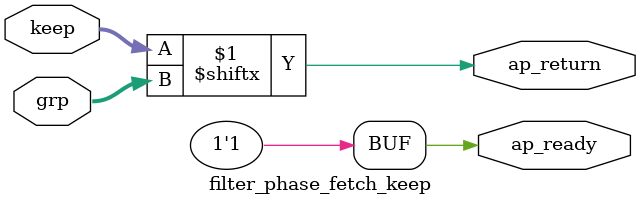
<source format=v>

`timescale 1 ns / 1 ps 

module filter_phase_fetch_keep (
        ap_ready,
        keep,
        grp,
        ap_return
);


output   ap_ready;
input  [127:0] keep;
input  [6:0] grp;
output  [0:0] ap_return;

assign ap_ready = 1'b1;

assign ap_return = keep[grp];

endmodule //filter_phase_fetch_keep

</source>
